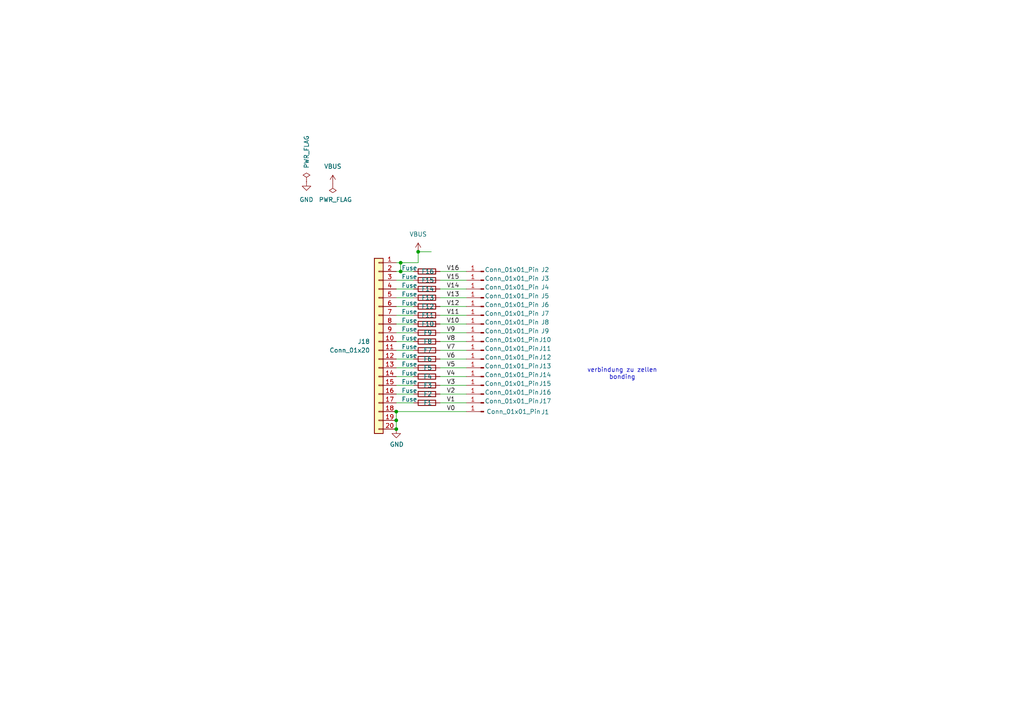
<source format=kicad_sch>
(kicad_sch
	(version 20231120)
	(generator "eeschema")
	(generator_version "8.0")
	(uuid "1d9cc614-0bf5-4778-8e8e-0e8d2a4a5fa2")
	(paper "A4")
	(lib_symbols
		(symbol "Connector:Conn_01x01_Pin"
			(pin_names
				(offset 1.016) hide)
			(exclude_from_sim no)
			(in_bom yes)
			(on_board yes)
			(property "Reference" "J"
				(at 0 2.54 0)
				(effects
					(font
						(size 1.27 1.27)
					)
				)
			)
			(property "Value" "Conn_01x01_Pin"
				(at 0 -2.54 0)
				(effects
					(font
						(size 1.27 1.27)
					)
				)
			)
			(property "Footprint" ""
				(at 0 0 0)
				(effects
					(font
						(size 1.27 1.27)
					)
					(hide yes)
				)
			)
			(property "Datasheet" "~"
				(at 0 0 0)
				(effects
					(font
						(size 1.27 1.27)
					)
					(hide yes)
				)
			)
			(property "Description" "Generic connector, single row, 01x01, script generated"
				(at 0 0 0)
				(effects
					(font
						(size 1.27 1.27)
					)
					(hide yes)
				)
			)
			(property "ki_locked" ""
				(at 0 0 0)
				(effects
					(font
						(size 1.27 1.27)
					)
				)
			)
			(property "ki_keywords" "connector"
				(at 0 0 0)
				(effects
					(font
						(size 1.27 1.27)
					)
					(hide yes)
				)
			)
			(property "ki_fp_filters" "Connector*:*_1x??_*"
				(at 0 0 0)
				(effects
					(font
						(size 1.27 1.27)
					)
					(hide yes)
				)
			)
			(symbol "Conn_01x01_Pin_1_1"
				(polyline
					(pts
						(xy 1.27 0) (xy 0.8636 0)
					)
					(stroke
						(width 0.1524)
						(type default)
					)
					(fill
						(type none)
					)
				)
				(rectangle
					(start 0.8636 0.127)
					(end 0 -0.127)
					(stroke
						(width 0.1524)
						(type default)
					)
					(fill
						(type outline)
					)
				)
				(pin passive line
					(at 5.08 0 180)
					(length 3.81)
					(name "Pin_1"
						(effects
							(font
								(size 1.27 1.27)
							)
						)
					)
					(number "1"
						(effects
							(font
								(size 1.27 1.27)
							)
						)
					)
				)
			)
		)
		(symbol "Connector_Generic:Conn_01x20"
			(pin_names
				(offset 1.016) hide)
			(exclude_from_sim no)
			(in_bom yes)
			(on_board yes)
			(property "Reference" "J"
				(at 0 25.4 0)
				(effects
					(font
						(size 1.27 1.27)
					)
				)
			)
			(property "Value" "Conn_01x20"
				(at 0 -27.94 0)
				(effects
					(font
						(size 1.27 1.27)
					)
				)
			)
			(property "Footprint" ""
				(at 0 0 0)
				(effects
					(font
						(size 1.27 1.27)
					)
					(hide yes)
				)
			)
			(property "Datasheet" "~"
				(at 0 0 0)
				(effects
					(font
						(size 1.27 1.27)
					)
					(hide yes)
				)
			)
			(property "Description" "Generic connector, single row, 01x20, script generated (kicad-library-utils/schlib/autogen/connector/)"
				(at 0 0 0)
				(effects
					(font
						(size 1.27 1.27)
					)
					(hide yes)
				)
			)
			(property "ki_keywords" "connector"
				(at 0 0 0)
				(effects
					(font
						(size 1.27 1.27)
					)
					(hide yes)
				)
			)
			(property "ki_fp_filters" "Connector*:*_1x??_*"
				(at 0 0 0)
				(effects
					(font
						(size 1.27 1.27)
					)
					(hide yes)
				)
			)
			(symbol "Conn_01x20_1_1"
				(rectangle
					(start -1.27 -25.273)
					(end 0 -25.527)
					(stroke
						(width 0.1524)
						(type default)
					)
					(fill
						(type none)
					)
				)
				(rectangle
					(start -1.27 -22.733)
					(end 0 -22.987)
					(stroke
						(width 0.1524)
						(type default)
					)
					(fill
						(type none)
					)
				)
				(rectangle
					(start -1.27 -20.193)
					(end 0 -20.447)
					(stroke
						(width 0.1524)
						(type default)
					)
					(fill
						(type none)
					)
				)
				(rectangle
					(start -1.27 -17.653)
					(end 0 -17.907)
					(stroke
						(width 0.1524)
						(type default)
					)
					(fill
						(type none)
					)
				)
				(rectangle
					(start -1.27 -15.113)
					(end 0 -15.367)
					(stroke
						(width 0.1524)
						(type default)
					)
					(fill
						(type none)
					)
				)
				(rectangle
					(start -1.27 -12.573)
					(end 0 -12.827)
					(stroke
						(width 0.1524)
						(type default)
					)
					(fill
						(type none)
					)
				)
				(rectangle
					(start -1.27 -10.033)
					(end 0 -10.287)
					(stroke
						(width 0.1524)
						(type default)
					)
					(fill
						(type none)
					)
				)
				(rectangle
					(start -1.27 -7.493)
					(end 0 -7.747)
					(stroke
						(width 0.1524)
						(type default)
					)
					(fill
						(type none)
					)
				)
				(rectangle
					(start -1.27 -4.953)
					(end 0 -5.207)
					(stroke
						(width 0.1524)
						(type default)
					)
					(fill
						(type none)
					)
				)
				(rectangle
					(start -1.27 -2.413)
					(end 0 -2.667)
					(stroke
						(width 0.1524)
						(type default)
					)
					(fill
						(type none)
					)
				)
				(rectangle
					(start -1.27 0.127)
					(end 0 -0.127)
					(stroke
						(width 0.1524)
						(type default)
					)
					(fill
						(type none)
					)
				)
				(rectangle
					(start -1.27 2.667)
					(end 0 2.413)
					(stroke
						(width 0.1524)
						(type default)
					)
					(fill
						(type none)
					)
				)
				(rectangle
					(start -1.27 5.207)
					(end 0 4.953)
					(stroke
						(width 0.1524)
						(type default)
					)
					(fill
						(type none)
					)
				)
				(rectangle
					(start -1.27 7.747)
					(end 0 7.493)
					(stroke
						(width 0.1524)
						(type default)
					)
					(fill
						(type none)
					)
				)
				(rectangle
					(start -1.27 10.287)
					(end 0 10.033)
					(stroke
						(width 0.1524)
						(type default)
					)
					(fill
						(type none)
					)
				)
				(rectangle
					(start -1.27 12.827)
					(end 0 12.573)
					(stroke
						(width 0.1524)
						(type default)
					)
					(fill
						(type none)
					)
				)
				(rectangle
					(start -1.27 15.367)
					(end 0 15.113)
					(stroke
						(width 0.1524)
						(type default)
					)
					(fill
						(type none)
					)
				)
				(rectangle
					(start -1.27 17.907)
					(end 0 17.653)
					(stroke
						(width 0.1524)
						(type default)
					)
					(fill
						(type none)
					)
				)
				(rectangle
					(start -1.27 20.447)
					(end 0 20.193)
					(stroke
						(width 0.1524)
						(type default)
					)
					(fill
						(type none)
					)
				)
				(rectangle
					(start -1.27 22.987)
					(end 0 22.733)
					(stroke
						(width 0.1524)
						(type default)
					)
					(fill
						(type none)
					)
				)
				(rectangle
					(start -1.27 24.13)
					(end 1.27 -26.67)
					(stroke
						(width 0.254)
						(type default)
					)
					(fill
						(type background)
					)
				)
				(pin passive line
					(at -5.08 22.86 0)
					(length 3.81)
					(name "Pin_1"
						(effects
							(font
								(size 1.27 1.27)
							)
						)
					)
					(number "1"
						(effects
							(font
								(size 1.27 1.27)
							)
						)
					)
				)
				(pin passive line
					(at -5.08 0 0)
					(length 3.81)
					(name "Pin_10"
						(effects
							(font
								(size 1.27 1.27)
							)
						)
					)
					(number "10"
						(effects
							(font
								(size 1.27 1.27)
							)
						)
					)
				)
				(pin passive line
					(at -5.08 -2.54 0)
					(length 3.81)
					(name "Pin_11"
						(effects
							(font
								(size 1.27 1.27)
							)
						)
					)
					(number "11"
						(effects
							(font
								(size 1.27 1.27)
							)
						)
					)
				)
				(pin passive line
					(at -5.08 -5.08 0)
					(length 3.81)
					(name "Pin_12"
						(effects
							(font
								(size 1.27 1.27)
							)
						)
					)
					(number "12"
						(effects
							(font
								(size 1.27 1.27)
							)
						)
					)
				)
				(pin passive line
					(at -5.08 -7.62 0)
					(length 3.81)
					(name "Pin_13"
						(effects
							(font
								(size 1.27 1.27)
							)
						)
					)
					(number "13"
						(effects
							(font
								(size 1.27 1.27)
							)
						)
					)
				)
				(pin passive line
					(at -5.08 -10.16 0)
					(length 3.81)
					(name "Pin_14"
						(effects
							(font
								(size 1.27 1.27)
							)
						)
					)
					(number "14"
						(effects
							(font
								(size 1.27 1.27)
							)
						)
					)
				)
				(pin passive line
					(at -5.08 -12.7 0)
					(length 3.81)
					(name "Pin_15"
						(effects
							(font
								(size 1.27 1.27)
							)
						)
					)
					(number "15"
						(effects
							(font
								(size 1.27 1.27)
							)
						)
					)
				)
				(pin passive line
					(at -5.08 -15.24 0)
					(length 3.81)
					(name "Pin_16"
						(effects
							(font
								(size 1.27 1.27)
							)
						)
					)
					(number "16"
						(effects
							(font
								(size 1.27 1.27)
							)
						)
					)
				)
				(pin passive line
					(at -5.08 -17.78 0)
					(length 3.81)
					(name "Pin_17"
						(effects
							(font
								(size 1.27 1.27)
							)
						)
					)
					(number "17"
						(effects
							(font
								(size 1.27 1.27)
							)
						)
					)
				)
				(pin passive line
					(at -5.08 -20.32 0)
					(length 3.81)
					(name "Pin_18"
						(effects
							(font
								(size 1.27 1.27)
							)
						)
					)
					(number "18"
						(effects
							(font
								(size 1.27 1.27)
							)
						)
					)
				)
				(pin passive line
					(at -5.08 -22.86 0)
					(length 3.81)
					(name "Pin_19"
						(effects
							(font
								(size 1.27 1.27)
							)
						)
					)
					(number "19"
						(effects
							(font
								(size 1.27 1.27)
							)
						)
					)
				)
				(pin passive line
					(at -5.08 20.32 0)
					(length 3.81)
					(name "Pin_2"
						(effects
							(font
								(size 1.27 1.27)
							)
						)
					)
					(number "2"
						(effects
							(font
								(size 1.27 1.27)
							)
						)
					)
				)
				(pin passive line
					(at -5.08 -25.4 0)
					(length 3.81)
					(name "Pin_20"
						(effects
							(font
								(size 1.27 1.27)
							)
						)
					)
					(number "20"
						(effects
							(font
								(size 1.27 1.27)
							)
						)
					)
				)
				(pin passive line
					(at -5.08 17.78 0)
					(length 3.81)
					(name "Pin_3"
						(effects
							(font
								(size 1.27 1.27)
							)
						)
					)
					(number "3"
						(effects
							(font
								(size 1.27 1.27)
							)
						)
					)
				)
				(pin passive line
					(at -5.08 15.24 0)
					(length 3.81)
					(name "Pin_4"
						(effects
							(font
								(size 1.27 1.27)
							)
						)
					)
					(number "4"
						(effects
							(font
								(size 1.27 1.27)
							)
						)
					)
				)
				(pin passive line
					(at -5.08 12.7 0)
					(length 3.81)
					(name "Pin_5"
						(effects
							(font
								(size 1.27 1.27)
							)
						)
					)
					(number "5"
						(effects
							(font
								(size 1.27 1.27)
							)
						)
					)
				)
				(pin passive line
					(at -5.08 10.16 0)
					(length 3.81)
					(name "Pin_6"
						(effects
							(font
								(size 1.27 1.27)
							)
						)
					)
					(number "6"
						(effects
							(font
								(size 1.27 1.27)
							)
						)
					)
				)
				(pin passive line
					(at -5.08 7.62 0)
					(length 3.81)
					(name "Pin_7"
						(effects
							(font
								(size 1.27 1.27)
							)
						)
					)
					(number "7"
						(effects
							(font
								(size 1.27 1.27)
							)
						)
					)
				)
				(pin passive line
					(at -5.08 5.08 0)
					(length 3.81)
					(name "Pin_8"
						(effects
							(font
								(size 1.27 1.27)
							)
						)
					)
					(number "8"
						(effects
							(font
								(size 1.27 1.27)
							)
						)
					)
				)
				(pin passive line
					(at -5.08 2.54 0)
					(length 3.81)
					(name "Pin_9"
						(effects
							(font
								(size 1.27 1.27)
							)
						)
					)
					(number "9"
						(effects
							(font
								(size 1.27 1.27)
							)
						)
					)
				)
			)
		)
		(symbol "Device:Fuse"
			(pin_numbers hide)
			(pin_names
				(offset 0)
			)
			(exclude_from_sim no)
			(in_bom yes)
			(on_board yes)
			(property "Reference" "F"
				(at 2.032 0 90)
				(effects
					(font
						(size 1.27 1.27)
					)
				)
			)
			(property "Value" "Fuse"
				(at -1.905 0 90)
				(effects
					(font
						(size 1.27 1.27)
					)
				)
			)
			(property "Footprint" ""
				(at -1.778 0 90)
				(effects
					(font
						(size 1.27 1.27)
					)
					(hide yes)
				)
			)
			(property "Datasheet" "~"
				(at 0 0 0)
				(effects
					(font
						(size 1.27 1.27)
					)
					(hide yes)
				)
			)
			(property "Description" "Fuse"
				(at 0 0 0)
				(effects
					(font
						(size 1.27 1.27)
					)
					(hide yes)
				)
			)
			(property "ki_keywords" "fuse"
				(at 0 0 0)
				(effects
					(font
						(size 1.27 1.27)
					)
					(hide yes)
				)
			)
			(property "ki_fp_filters" "*Fuse*"
				(at 0 0 0)
				(effects
					(font
						(size 1.27 1.27)
					)
					(hide yes)
				)
			)
			(symbol "Fuse_0_1"
				(rectangle
					(start -0.762 -2.54)
					(end 0.762 2.54)
					(stroke
						(width 0.254)
						(type default)
					)
					(fill
						(type none)
					)
				)
				(polyline
					(pts
						(xy 0 2.54) (xy 0 -2.54)
					)
					(stroke
						(width 0)
						(type default)
					)
					(fill
						(type none)
					)
				)
			)
			(symbol "Fuse_1_1"
				(pin passive line
					(at 0 3.81 270)
					(length 1.27)
					(name "~"
						(effects
							(font
								(size 1.27 1.27)
							)
						)
					)
					(number "1"
						(effects
							(font
								(size 1.27 1.27)
							)
						)
					)
				)
				(pin passive line
					(at 0 -3.81 90)
					(length 1.27)
					(name "~"
						(effects
							(font
								(size 1.27 1.27)
							)
						)
					)
					(number "2"
						(effects
							(font
								(size 1.27 1.27)
							)
						)
					)
				)
			)
		)
		(symbol "power:GND"
			(power)
			(pin_numbers hide)
			(pin_names
				(offset 0) hide)
			(exclude_from_sim no)
			(in_bom yes)
			(on_board yes)
			(property "Reference" "#PWR"
				(at 0 -6.35 0)
				(effects
					(font
						(size 1.27 1.27)
					)
					(hide yes)
				)
			)
			(property "Value" "GND"
				(at 0 -3.81 0)
				(effects
					(font
						(size 1.27 1.27)
					)
				)
			)
			(property "Footprint" ""
				(at 0 0 0)
				(effects
					(font
						(size 1.27 1.27)
					)
					(hide yes)
				)
			)
			(property "Datasheet" ""
				(at 0 0 0)
				(effects
					(font
						(size 1.27 1.27)
					)
					(hide yes)
				)
			)
			(property "Description" "Power symbol creates a global label with name \"GND\" , ground"
				(at 0 0 0)
				(effects
					(font
						(size 1.27 1.27)
					)
					(hide yes)
				)
			)
			(property "ki_keywords" "global power"
				(at 0 0 0)
				(effects
					(font
						(size 1.27 1.27)
					)
					(hide yes)
				)
			)
			(symbol "GND_0_1"
				(polyline
					(pts
						(xy 0 0) (xy 0 -1.27) (xy 1.27 -1.27) (xy 0 -2.54) (xy -1.27 -1.27) (xy 0 -1.27)
					)
					(stroke
						(width 0)
						(type default)
					)
					(fill
						(type none)
					)
				)
			)
			(symbol "GND_1_1"
				(pin power_in line
					(at 0 0 270)
					(length 0)
					(name "~"
						(effects
							(font
								(size 1.27 1.27)
							)
						)
					)
					(number "1"
						(effects
							(font
								(size 1.27 1.27)
							)
						)
					)
				)
			)
		)
		(symbol "power:PWR_FLAG"
			(power)
			(pin_numbers hide)
			(pin_names
				(offset 0) hide)
			(exclude_from_sim no)
			(in_bom yes)
			(on_board yes)
			(property "Reference" "#FLG"
				(at 0 1.905 0)
				(effects
					(font
						(size 1.27 1.27)
					)
					(hide yes)
				)
			)
			(property "Value" "PWR_FLAG"
				(at 0 3.81 0)
				(effects
					(font
						(size 1.27 1.27)
					)
				)
			)
			(property "Footprint" ""
				(at 0 0 0)
				(effects
					(font
						(size 1.27 1.27)
					)
					(hide yes)
				)
			)
			(property "Datasheet" "~"
				(at 0 0 0)
				(effects
					(font
						(size 1.27 1.27)
					)
					(hide yes)
				)
			)
			(property "Description" "Special symbol for telling ERC where power comes from"
				(at 0 0 0)
				(effects
					(font
						(size 1.27 1.27)
					)
					(hide yes)
				)
			)
			(property "ki_keywords" "flag power"
				(at 0 0 0)
				(effects
					(font
						(size 1.27 1.27)
					)
					(hide yes)
				)
			)
			(symbol "PWR_FLAG_0_0"
				(pin power_out line
					(at 0 0 90)
					(length 0)
					(name "~"
						(effects
							(font
								(size 1.27 1.27)
							)
						)
					)
					(number "1"
						(effects
							(font
								(size 1.27 1.27)
							)
						)
					)
				)
			)
			(symbol "PWR_FLAG_0_1"
				(polyline
					(pts
						(xy 0 0) (xy 0 1.27) (xy -1.016 1.905) (xy 0 2.54) (xy 1.016 1.905) (xy 0 1.27)
					)
					(stroke
						(width 0)
						(type default)
					)
					(fill
						(type none)
					)
				)
			)
		)
		(symbol "power:VBUS"
			(power)
			(pin_numbers hide)
			(pin_names
				(offset 0) hide)
			(exclude_from_sim no)
			(in_bom yes)
			(on_board yes)
			(property "Reference" "#PWR"
				(at 0 -3.81 0)
				(effects
					(font
						(size 1.27 1.27)
					)
					(hide yes)
				)
			)
			(property "Value" "VBUS"
				(at 0 3.556 0)
				(effects
					(font
						(size 1.27 1.27)
					)
				)
			)
			(property "Footprint" ""
				(at 0 0 0)
				(effects
					(font
						(size 1.27 1.27)
					)
					(hide yes)
				)
			)
			(property "Datasheet" ""
				(at 0 0 0)
				(effects
					(font
						(size 1.27 1.27)
					)
					(hide yes)
				)
			)
			(property "Description" "Power symbol creates a global label with name \"VBUS\""
				(at 0 0 0)
				(effects
					(font
						(size 1.27 1.27)
					)
					(hide yes)
				)
			)
			(property "ki_keywords" "global power"
				(at 0 0 0)
				(effects
					(font
						(size 1.27 1.27)
					)
					(hide yes)
				)
			)
			(symbol "VBUS_0_1"
				(polyline
					(pts
						(xy -0.762 1.27) (xy 0 2.54)
					)
					(stroke
						(width 0)
						(type default)
					)
					(fill
						(type none)
					)
				)
				(polyline
					(pts
						(xy 0 0) (xy 0 2.54)
					)
					(stroke
						(width 0)
						(type default)
					)
					(fill
						(type none)
					)
				)
				(polyline
					(pts
						(xy 0 2.54) (xy 0.762 1.27)
					)
					(stroke
						(width 0)
						(type default)
					)
					(fill
						(type none)
					)
				)
			)
			(symbol "VBUS_1_1"
				(pin power_in line
					(at 0 0 90)
					(length 0)
					(name "~"
						(effects
							(font
								(size 1.27 1.27)
							)
						)
					)
					(number "1"
						(effects
							(font
								(size 1.27 1.27)
							)
						)
					)
				)
			)
		)
	)
	(junction
		(at 116.205 78.74)
		(diameter 0)
		(color 0 0 0 0)
		(uuid "642d74d8-c3b3-45e7-ba5c-f9271487bfa1")
	)
	(junction
		(at 116.205 76.2)
		(diameter 0)
		(color 0 0 0 0)
		(uuid "748d8650-ae57-4afb-a039-9439789521df")
	)
	(junction
		(at 121.285 73.025)
		(diameter 0)
		(color 0 0 0 0)
		(uuid "993127d8-4b73-43fe-8f00-6254531b492c")
	)
	(junction
		(at 114.935 121.92)
		(diameter 0)
		(color 0 0 0 0)
		(uuid "ae88f826-93bc-447c-b89c-1569b9895a5b")
	)
	(junction
		(at 114.935 119.38)
		(diameter 0)
		(color 0 0 0 0)
		(uuid "c441b632-68b7-4ebc-a445-ca6ad5bb1d22")
	)
	(junction
		(at 114.935 124.46)
		(diameter 0)
		(color 0 0 0 0)
		(uuid "e2c879a0-95a6-4aeb-928c-fe4e3b79f1e3")
	)
	(wire
		(pts
			(xy 114.935 91.44) (xy 120.015 91.44)
		)
		(stroke
			(width 0)
			(type default)
		)
		(uuid "018aceaa-26cb-4f5d-b678-2d4d9a5ed598")
	)
	(wire
		(pts
			(xy 114.935 121.92) (xy 114.935 124.46)
		)
		(stroke
			(width 0)
			(type default)
		)
		(uuid "0243ce20-3219-4a44-ae0a-4264b628e378")
	)
	(wire
		(pts
			(xy 114.935 81.28) (xy 120.015 81.28)
		)
		(stroke
			(width 0)
			(type default)
		)
		(uuid "04c2e2da-38fe-4555-b881-e0ed61176549")
	)
	(wire
		(pts
			(xy 114.935 88.9) (xy 120.015 88.9)
		)
		(stroke
			(width 0)
			(type default)
		)
		(uuid "089164e1-5bd7-4056-a0cf-ba13b3f47eb6")
	)
	(wire
		(pts
			(xy 127.635 83.82) (xy 135.255 83.82)
		)
		(stroke
			(width 0)
			(type default)
		)
		(uuid "0c4ffd47-0489-4c0d-ae89-7d6d6bfa1b2c")
	)
	(wire
		(pts
			(xy 127.635 86.36) (xy 135.255 86.36)
		)
		(stroke
			(width 0)
			(type default)
		)
		(uuid "0cc19ba5-3499-416d-8ffd-ac2e25a42968")
	)
	(wire
		(pts
			(xy 127.635 116.84) (xy 135.255 116.84)
		)
		(stroke
			(width 0)
			(type default)
		)
		(uuid "1222c7cc-0fc5-4786-bbfa-fbf5c0400464")
	)
	(wire
		(pts
			(xy 121.285 73.025) (xy 125.095 73.025)
		)
		(stroke
			(width 0)
			(type default)
		)
		(uuid "1272bdab-751f-4072-b893-fa47d578be36")
	)
	(wire
		(pts
			(xy 127.635 78.74) (xy 135.255 78.74)
		)
		(stroke
			(width 0)
			(type default)
		)
		(uuid "1469e016-04b8-4413-8839-29e554d828a2")
	)
	(wire
		(pts
			(xy 127.635 96.52) (xy 135.255 96.52)
		)
		(stroke
			(width 0)
			(type default)
		)
		(uuid "15439573-ab63-4194-846e-bbe944d12e19")
	)
	(wire
		(pts
			(xy 114.935 93.98) (xy 120.015 93.98)
		)
		(stroke
			(width 0)
			(type default)
		)
		(uuid "1849a1a0-e8ff-4c4f-a564-17ccd6268bae")
	)
	(wire
		(pts
			(xy 127.635 104.14) (xy 135.255 104.14)
		)
		(stroke
			(width 0)
			(type default)
		)
		(uuid "1bb2f3ab-1b25-4197-9ea6-0a1f325ce113")
	)
	(wire
		(pts
			(xy 114.935 99.06) (xy 120.015 99.06)
		)
		(stroke
			(width 0)
			(type default)
		)
		(uuid "207aa897-54c4-4892-a085-7fe29ee18511")
	)
	(wire
		(pts
			(xy 114.935 78.74) (xy 116.205 78.74)
		)
		(stroke
			(width 0)
			(type default)
		)
		(uuid "300039bf-130d-435f-80eb-493b358ca86f")
	)
	(wire
		(pts
			(xy 114.935 111.76) (xy 120.015 111.76)
		)
		(stroke
			(width 0)
			(type default)
		)
		(uuid "3c9952fb-b492-44c1-8653-a1da3fcc9201")
	)
	(wire
		(pts
			(xy 114.935 116.84) (xy 120.015 116.84)
		)
		(stroke
			(width 0)
			(type default)
		)
		(uuid "3cdf8f36-4dc4-42cc-8ced-39648af290a9")
	)
	(wire
		(pts
			(xy 114.935 109.22) (xy 120.015 109.22)
		)
		(stroke
			(width 0)
			(type default)
		)
		(uuid "45c766b7-63cb-4f3d-bcf1-202317cdbefb")
	)
	(wire
		(pts
			(xy 116.205 78.74) (xy 120.015 78.74)
		)
		(stroke
			(width 0)
			(type default)
		)
		(uuid "4b76e83b-0cf0-4ab3-857b-7b684d333e89")
	)
	(wire
		(pts
			(xy 127.635 111.76) (xy 135.255 111.76)
		)
		(stroke
			(width 0)
			(type default)
		)
		(uuid "53ac8e79-26e6-4d0b-8326-aebaffe76305")
	)
	(wire
		(pts
			(xy 116.205 76.2) (xy 116.205 78.74)
		)
		(stroke
			(width 0)
			(type default)
		)
		(uuid "5891a3b4-3383-4f42-94a8-17f37cec1c0c")
	)
	(wire
		(pts
			(xy 127.635 106.68) (xy 135.255 106.68)
		)
		(stroke
			(width 0)
			(type default)
		)
		(uuid "5b95f99b-d8e8-4a6c-87ab-b83f98e08d0a")
	)
	(wire
		(pts
			(xy 127.635 109.22) (xy 135.255 109.22)
		)
		(stroke
			(width 0)
			(type default)
		)
		(uuid "6808f3c4-c470-4e2f-9cc9-3e7062c66150")
	)
	(wire
		(pts
			(xy 114.935 101.6) (xy 120.015 101.6)
		)
		(stroke
			(width 0)
			(type default)
		)
		(uuid "687abcd9-df45-4a1d-8a94-53472a60d997")
	)
	(wire
		(pts
			(xy 121.285 73.025) (xy 121.285 76.2)
		)
		(stroke
			(width 0)
			(type default)
		)
		(uuid "70a7baf9-f793-41ea-aa80-3363ea1d742d")
	)
	(wire
		(pts
			(xy 127.635 101.6) (xy 135.255 101.6)
		)
		(stroke
			(width 0)
			(type default)
		)
		(uuid "7fc7673f-8e52-4a6b-8a80-cf9a93cfa47f")
	)
	(wire
		(pts
			(xy 127.635 93.98) (xy 135.255 93.98)
		)
		(stroke
			(width 0)
			(type default)
		)
		(uuid "82f893ee-e1c3-4a07-b284-d1413b9ab85d")
	)
	(wire
		(pts
			(xy 127.635 99.06) (xy 135.255 99.06)
		)
		(stroke
			(width 0)
			(type default)
		)
		(uuid "881cdb73-70ce-473f-a1fd-0389e93d3123")
	)
	(wire
		(pts
			(xy 127.635 114.3) (xy 135.255 114.3)
		)
		(stroke
			(width 0)
			(type default)
		)
		(uuid "92634063-e3c1-4d82-b30a-a12953c688ba")
	)
	(wire
		(pts
			(xy 127.635 91.44) (xy 135.255 91.44)
		)
		(stroke
			(width 0)
			(type default)
		)
		(uuid "947e9429-f069-4684-8fe6-4eb6c0548d51")
	)
	(wire
		(pts
			(xy 114.935 114.3) (xy 120.015 114.3)
		)
		(stroke
			(width 0)
			(type default)
		)
		(uuid "94bf49d5-a392-46e4-859b-8eb5c856c133")
	)
	(wire
		(pts
			(xy 127.635 81.28) (xy 135.255 81.28)
		)
		(stroke
			(width 0)
			(type default)
		)
		(uuid "9cc141a5-4877-4cc4-9809-c014531f9c23")
	)
	(wire
		(pts
			(xy 114.935 76.2) (xy 116.205 76.2)
		)
		(stroke
			(width 0)
			(type default)
		)
		(uuid "9ebcf7dd-96d3-4b7e-9500-5891c78ac176")
	)
	(wire
		(pts
			(xy 116.205 76.2) (xy 121.285 76.2)
		)
		(stroke
			(width 0)
			(type default)
		)
		(uuid "a035bbfe-9da1-4409-b172-276c9fbeccd2")
	)
	(wire
		(pts
			(xy 114.935 106.68) (xy 120.015 106.68)
		)
		(stroke
			(width 0)
			(type default)
		)
		(uuid "a8718be3-8f45-4a44-a595-ae7d85b7c7f2")
	)
	(wire
		(pts
			(xy 114.935 104.14) (xy 120.015 104.14)
		)
		(stroke
			(width 0)
			(type default)
		)
		(uuid "ba267fbb-1748-4208-87d1-75c870537698")
	)
	(wire
		(pts
			(xy 127.635 88.9) (xy 135.255 88.9)
		)
		(stroke
			(width 0)
			(type default)
		)
		(uuid "bb05c23b-e428-4efa-b493-f9b636d5f966")
	)
	(wire
		(pts
			(xy 114.935 86.36) (xy 120.015 86.36)
		)
		(stroke
			(width 0)
			(type default)
		)
		(uuid "be39b9fa-fa7b-4129-b4de-6bd71cbd26aa")
	)
	(wire
		(pts
			(xy 114.935 119.38) (xy 114.935 121.92)
		)
		(stroke
			(width 0)
			(type default)
		)
		(uuid "c5133f31-a910-4732-a652-5b1775cfbd96")
	)
	(wire
		(pts
			(xy 114.935 96.52) (xy 120.015 96.52)
		)
		(stroke
			(width 0)
			(type default)
		)
		(uuid "df7ba148-381d-48d6-99a7-10b9358bd187")
	)
	(wire
		(pts
			(xy 114.935 83.82) (xy 120.015 83.82)
		)
		(stroke
			(width 0)
			(type default)
		)
		(uuid "e8f3dd12-98eb-46cf-bfdf-abc10d26a132")
	)
	(wire
		(pts
			(xy 114.935 119.38) (xy 135.255 119.38)
		)
		(stroke
			(width 0)
			(type default)
		)
		(uuid "fa4e4e36-7cf6-48f6-a4fa-87eee3a72cfa")
	)
	(text "verbindung zu zellen\nbonding\n"
		(exclude_from_sim no)
		(at 180.467 108.458 0)
		(effects
			(font
				(size 1.27 1.27)
			)
		)
		(uuid "cec7a0b1-c32f-46bb-a9f6-5ba939c63e77")
	)
	(label "V11"
		(at 129.54 91.44 0)
		(fields_autoplaced yes)
		(effects
			(font
				(size 1.27 1.27)
			)
			(justify left bottom)
		)
		(uuid "0118b175-c050-4167-a110-5e6fb86f1704")
	)
	(label "V4"
		(at 129.54 109.22 0)
		(fields_autoplaced yes)
		(effects
			(font
				(size 1.27 1.27)
			)
			(justify left bottom)
		)
		(uuid "31804acc-2f62-4f1b-b1e9-3ad744085c80")
	)
	(label "V1"
		(at 129.54 116.84 0)
		(fields_autoplaced yes)
		(effects
			(font
				(size 1.27 1.27)
			)
			(justify left bottom)
		)
		(uuid "38ead3b5-858a-4c39-9318-b32f947f6def")
	)
	(label "V5"
		(at 129.54 106.68 0)
		(fields_autoplaced yes)
		(effects
			(font
				(size 1.27 1.27)
			)
			(justify left bottom)
		)
		(uuid "4dd16825-4fc4-47c2-bf8e-a78d88fe4736")
	)
	(label "V6"
		(at 129.54 104.14 0)
		(fields_autoplaced yes)
		(effects
			(font
				(size 1.27 1.27)
			)
			(justify left bottom)
		)
		(uuid "5b908d49-f865-4ec7-9b4b-906bc1f5fe67")
	)
	(label "V15"
		(at 129.54 81.28 0)
		(fields_autoplaced yes)
		(effects
			(font
				(size 1.27 1.27)
			)
			(justify left bottom)
		)
		(uuid "5d20d4bd-472b-48c0-89ba-c8e76e7f3e51")
	)
	(label "V13"
		(at 129.54 86.36 0)
		(fields_autoplaced yes)
		(effects
			(font
				(size 1.27 1.27)
			)
			(justify left bottom)
		)
		(uuid "697a5b83-76fe-4a71-99a3-920a64d34e8b")
	)
	(label "V7"
		(at 129.54 101.6 0)
		(fields_autoplaced yes)
		(effects
			(font
				(size 1.27 1.27)
			)
			(justify left bottom)
		)
		(uuid "755bf7f1-8d92-4429-b19a-0d2b0ad706d8")
	)
	(label "V12"
		(at 129.54 88.9 0)
		(fields_autoplaced yes)
		(effects
			(font
				(size 1.27 1.27)
			)
			(justify left bottom)
		)
		(uuid "ad206a6a-9eec-405d-adca-cdb53dc5959c")
	)
	(label "V9"
		(at 129.54 96.52 0)
		(fields_autoplaced yes)
		(effects
			(font
				(size 1.27 1.27)
			)
			(justify left bottom)
		)
		(uuid "ad4f5f69-1cfb-44a7-99a4-8a9ec60c6a28")
	)
	(label "V0"
		(at 129.54 119.38 0)
		(fields_autoplaced yes)
		(effects
			(font
				(size 1.27 1.27)
			)
			(justify left bottom)
		)
		(uuid "cc1767f4-d8e3-4a77-b3a4-da1324e3ac19")
	)
	(label "V2"
		(at 129.54 114.3 0)
		(fields_autoplaced yes)
		(effects
			(font
				(size 1.27 1.27)
			)
			(justify left bottom)
		)
		(uuid "d9c0686b-fa08-4b6b-a484-c92290b1eb8d")
	)
	(label "V3"
		(at 129.54 111.76 0)
		(fields_autoplaced yes)
		(effects
			(font
				(size 1.27 1.27)
			)
			(justify left bottom)
		)
		(uuid "db353411-ae1a-403a-ae1b-2aa2a95fd669")
	)
	(label "V16"
		(at 129.54 78.74 0)
		(fields_autoplaced yes)
		(effects
			(font
				(size 1.27 1.27)
			)
			(justify left bottom)
		)
		(uuid "dee58bea-be07-4f4d-a7d7-eb6060501be5")
	)
	(label "V10"
		(at 129.54 93.98 0)
		(fields_autoplaced yes)
		(effects
			(font
				(size 1.27 1.27)
			)
			(justify left bottom)
		)
		(uuid "e1cb22a9-e1f1-4e84-8748-f852cc3a09aa")
	)
	(label "V14"
		(at 129.54 83.82 0)
		(fields_autoplaced yes)
		(effects
			(font
				(size 1.27 1.27)
			)
			(justify left bottom)
		)
		(uuid "f73aa67a-8d85-4deb-81ad-ebd3eaee1013")
	)
	(label "V8"
		(at 129.54 99.06 0)
		(fields_autoplaced yes)
		(effects
			(font
				(size 1.27 1.27)
			)
			(justify left bottom)
		)
		(uuid "fdc8e6e5-b3b3-4526-b7bc-bca13a94fc68")
	)
	(symbol
		(lib_id "power:PWR_FLAG")
		(at 96.52 53.34 180)
		(unit 1)
		(exclude_from_sim no)
		(in_bom yes)
		(on_board yes)
		(dnp no)
		(uuid "002f07f5-7b92-4a7c-b404-4bb8de0d297f")
		(property "Reference" "#FLG02"
			(at 96.52 55.245 0)
			(effects
				(font
					(size 1.27 1.27)
				)
				(hide yes)
			)
		)
		(property "Value" "PWR_FLAG"
			(at 97.282 57.912 0)
			(effects
				(font
					(size 1.27 1.27)
				)
			)
		)
		(property "Footprint" ""
			(at 96.52 53.34 0)
			(effects
				(font
					(size 1.27 1.27)
				)
				(hide yes)
			)
		)
		(property "Datasheet" "~"
			(at 96.52 53.34 0)
			(effects
				(font
					(size 1.27 1.27)
				)
				(hide yes)
			)
		)
		(property "Description" "Special symbol for telling ERC where power comes from"
			(at 96.52 53.34 0)
			(effects
				(font
					(size 1.27 1.27)
				)
				(hide yes)
			)
		)
		(pin "1"
			(uuid "6029ef16-0b8c-472c-91fc-26ed5e14de53")
		)
		(instances
			(project "FT25_AMS_VSENS"
				(path "/1d9cc614-0bf5-4778-8e8e-0e8d2a4a5fa2"
					(reference "#FLG02")
					(unit 1)
				)
			)
		)
	)
	(symbol
		(lib_id "Connector:Conn_01x01_Pin")
		(at 140.335 106.68 180)
		(unit 1)
		(exclude_from_sim no)
		(in_bom yes)
		(on_board yes)
		(dnp no)
		(uuid "07dec1b8-7836-4876-a93d-9eb604b0642e")
		(property "Reference" "J13"
			(at 158.115 106.172 0)
			(effects
				(font
					(size 1.27 1.27)
				)
			)
		)
		(property "Value" "Conn_01x01_Pin"
			(at 148.463 106.172 0)
			(effects
				(font
					(size 1.27 1.27)
				)
			)
		)
		(property "Footprint" "VTSENS:Baby_ST_Bond_Pad"
			(at 140.335 106.68 0)
			(effects
				(font
					(size 1.27 1.27)
				)
				(hide yes)
			)
		)
		(property "Datasheet" "~"
			(at 140.335 106.68 0)
			(effects
				(font
					(size 1.27 1.27)
				)
				(hide yes)
			)
		)
		(property "Description" "Generic connector, single row, 01x01, script generated"
			(at 140.335 106.68 0)
			(effects
				(font
					(size 1.27 1.27)
				)
				(hide yes)
			)
		)
		(pin "1"
			(uuid "da900868-7d05-4684-81b4-15d83d58609a")
		)
		(instances
			(project "FT25_AMS_VSENS"
				(path "/1d9cc614-0bf5-4778-8e8e-0e8d2a4a5fa2"
					(reference "J13")
					(unit 1)
				)
			)
		)
	)
	(symbol
		(lib_id "power:PWR_FLAG")
		(at 88.9 52.705 0)
		(unit 1)
		(exclude_from_sim no)
		(in_bom yes)
		(on_board yes)
		(dnp no)
		(fields_autoplaced yes)
		(uuid "0860045f-7689-486e-beef-0dfc4cd9b37b")
		(property "Reference" "#FLG01"
			(at 88.9 50.8 0)
			(effects
				(font
					(size 1.27 1.27)
				)
				(hide yes)
			)
		)
		(property "Value" "PWR_FLAG"
			(at 88.9001 48.895 90)
			(effects
				(font
					(size 1.27 1.27)
				)
				(justify left)
			)
		)
		(property "Footprint" ""
			(at 88.9 52.705 0)
			(effects
				(font
					(size 1.27 1.27)
				)
				(hide yes)
			)
		)
		(property "Datasheet" "~"
			(at 88.9 52.705 0)
			(effects
				(font
					(size 1.27 1.27)
				)
				(hide yes)
			)
		)
		(property "Description" "Special symbol for telling ERC where power comes from"
			(at 88.9 52.705 0)
			(effects
				(font
					(size 1.27 1.27)
				)
				(hide yes)
			)
		)
		(pin "1"
			(uuid "04a9c31a-b7f5-4a0f-b600-59fa2b0a8a69")
		)
		(instances
			(project "FT25_AMS_VSENS"
				(path "/1d9cc614-0bf5-4778-8e8e-0e8d2a4a5fa2"
					(reference "#FLG01")
					(unit 1)
				)
			)
		)
	)
	(symbol
		(lib_id "Connector_Generic:Conn_01x20")
		(at 109.855 99.06 0)
		(mirror y)
		(unit 1)
		(exclude_from_sim no)
		(in_bom yes)
		(on_board yes)
		(dnp no)
		(uuid "08cf8320-b6f4-4278-98d5-6781e1198e46")
		(property "Reference" "J18"
			(at 107.315 99.0599 0)
			(effects
				(font
					(size 1.27 1.27)
				)
				(justify left)
			)
		)
		(property "Value" "Conn_01x20"
			(at 107.315 101.5999 0)
			(effects
				(font
					(size 1.27 1.27)
				)
				(justify left)
			)
		)
		(property "Footprint" "Molex_FFC:528062010"
			(at 109.855 99.06 0)
			(effects
				(font
					(size 1.27 1.27)
				)
				(hide yes)
			)
		)
		(property "Datasheet" "~"
			(at 109.855 99.06 0)
			(effects
				(font
					(size 1.27 1.27)
				)
				(hide yes)
			)
		)
		(property "Description" "Generic connector, single row, 01x20, script generated (kicad-library-utils/schlib/autogen/connector/)"
			(at 109.855 99.06 0)
			(effects
				(font
					(size 1.27 1.27)
				)
				(hide yes)
			)
		)
		(pin "18"
			(uuid "a3fd1d2e-a4e8-444a-875a-ead39fc847f2")
		)
		(pin "10"
			(uuid "52857634-b418-45d6-99a7-5e2513ed9e32")
		)
		(pin "16"
			(uuid "569539c9-a919-4913-aa5a-65d56b173e4f")
		)
		(pin "20"
			(uuid "b48bdb34-6fbd-44a4-a938-b0def1160d60")
		)
		(pin "8"
			(uuid "3b4c5f79-f88c-4478-8449-3e3b6b60e29b")
		)
		(pin "12"
			(uuid "fe3088c1-4ad5-4ff4-90df-d1c3621598bd")
		)
		(pin "6"
			(uuid "96f33bb7-3d15-4d63-9bd5-e46a79aff6dd")
		)
		(pin "9"
			(uuid "ff193587-deb9-4d75-9ab7-264e7c39cba3")
		)
		(pin "17"
			(uuid "1963ffd1-45f7-4c36-8c43-705aab8d07ff")
		)
		(pin "7"
			(uuid "999e420d-902b-43f2-a623-7e0a788473ea")
		)
		(pin "5"
			(uuid "b3fbb086-4d36-447c-8eb7-f6a97b6ebc1a")
		)
		(pin "3"
			(uuid "6c7d045a-a285-48ce-9640-27dd8d1ae43c")
		)
		(pin "1"
			(uuid "31bdc2d9-40cc-4110-b0d3-09f4ef57e803")
		)
		(pin "14"
			(uuid "e5ba7f04-588b-4936-b59f-b8a4ae56c066")
		)
		(pin "2"
			(uuid "50d94e3c-a2f3-4fa7-9d81-2899f3a053eb")
		)
		(pin "15"
			(uuid "a3ffb35d-1ce3-45be-aed4-e4e963838b7e")
		)
		(pin "19"
			(uuid "f10e9ffe-9060-42a6-bdcf-d70293dbb52e")
		)
		(pin "11"
			(uuid "266bf77a-076e-4bec-84c0-115ef6e05a22")
		)
		(pin "4"
			(uuid "5bad9a6a-cb9a-42b1-bb6f-45e1a6be7cb4")
		)
		(pin "13"
			(uuid "087b4776-acaf-4c22-8869-83caad13db64")
		)
		(instances
			(project "FT25_AMS_VSENS"
				(path "/1d9cc614-0bf5-4778-8e8e-0e8d2a4a5fa2"
					(reference "J18")
					(unit 1)
				)
			)
		)
	)
	(symbol
		(lib_id "Device:Fuse")
		(at 123.825 101.6 90)
		(unit 1)
		(exclude_from_sim no)
		(in_bom yes)
		(on_board yes)
		(dnp no)
		(uuid "0d9d753a-0682-4094-963c-fd2e9781d520")
		(property "Reference" "F7"
			(at 124.079 101.6 90)
			(effects
				(font
					(size 1.27 1.27)
				)
			)
		)
		(property "Value" "Fuse"
			(at 118.745 100.584 90)
			(effects
				(font
					(size 1.27 1.27)
				)
			)
		)
		(property "Footprint" "Fuse:Fuse_0603_1608Metric"
			(at 123.825 103.378 90)
			(effects
				(font
					(size 1.27 1.27)
				)
				(hide yes)
			)
		)
		(property "Datasheet" "~"
			(at 123.825 101.6 0)
			(effects
				(font
					(size 1.27 1.27)
				)
				(hide yes)
			)
		)
		(property "Description" "Fuse"
			(at 123.825 101.6 0)
			(effects
				(font
					(size 1.27 1.27)
				)
				(hide yes)
			)
		)
		(pin "1"
			(uuid "2a245d50-f025-42ba-8f11-43e44656f6f1")
		)
		(pin "2"
			(uuid "9db801cb-769b-45d8-989b-124965104208")
		)
		(instances
			(project "FT25_AMS_VSENS"
				(path "/1d9cc614-0bf5-4778-8e8e-0e8d2a4a5fa2"
					(reference "F7")
					(unit 1)
				)
			)
		)
	)
	(symbol
		(lib_id "Device:Fuse")
		(at 123.825 109.22 90)
		(unit 1)
		(exclude_from_sim no)
		(in_bom yes)
		(on_board yes)
		(dnp no)
		(uuid "0dff8fbd-2cb2-4dd9-8483-ecae969cf22c")
		(property "Reference" "F4"
			(at 124.079 109.22 90)
			(effects
				(font
					(size 1.27 1.27)
				)
			)
		)
		(property "Value" "Fuse"
			(at 118.745 108.204 90)
			(effects
				(font
					(size 1.27 1.27)
				)
			)
		)
		(property "Footprint" "Fuse:Fuse_0603_1608Metric"
			(at 123.825 110.998 90)
			(effects
				(font
					(size 1.27 1.27)
				)
				(hide yes)
			)
		)
		(property "Datasheet" "~"
			(at 123.825 109.22 0)
			(effects
				(font
					(size 1.27 1.27)
				)
				(hide yes)
			)
		)
		(property "Description" "Fuse"
			(at 123.825 109.22 0)
			(effects
				(font
					(size 1.27 1.27)
				)
				(hide yes)
			)
		)
		(pin "1"
			(uuid "0cb52f64-7543-4d18-9bd4-a8c30e6c48b3")
		)
		(pin "2"
			(uuid "20659abf-2862-41c7-9b5c-eacfc7326f7f")
		)
		(instances
			(project "FT25_AMS_VSENS"
				(path "/1d9cc614-0bf5-4778-8e8e-0e8d2a4a5fa2"
					(reference "F4")
					(unit 1)
				)
			)
		)
	)
	(symbol
		(lib_id "Device:Fuse")
		(at 123.825 96.52 90)
		(unit 1)
		(exclude_from_sim no)
		(in_bom yes)
		(on_board yes)
		(dnp no)
		(uuid "169069f5-1a28-470c-931b-74d581bc2db8")
		(property "Reference" "F9"
			(at 124.079 96.52 90)
			(effects
				(font
					(size 1.27 1.27)
				)
			)
		)
		(property "Value" "Fuse"
			(at 118.745 95.504 90)
			(effects
				(font
					(size 1.27 1.27)
				)
			)
		)
		(property "Footprint" "Fuse:Fuse_0603_1608Metric"
			(at 123.825 98.298 90)
			(effects
				(font
					(size 1.27 1.27)
				)
				(hide yes)
			)
		)
		(property "Datasheet" "~"
			(at 123.825 96.52 0)
			(effects
				(font
					(size 1.27 1.27)
				)
				(hide yes)
			)
		)
		(property "Description" "Fuse"
			(at 123.825 96.52 0)
			(effects
				(font
					(size 1.27 1.27)
				)
				(hide yes)
			)
		)
		(pin "1"
			(uuid "a69b6185-44ff-4c4a-ac67-b2cc4ea7da62")
		)
		(pin "2"
			(uuid "9f23a882-2543-4b7f-bdc0-9f8db671f480")
		)
		(instances
			(project "FT25_AMS_VSENS"
				(path "/1d9cc614-0bf5-4778-8e8e-0e8d2a4a5fa2"
					(reference "F9")
					(unit 1)
				)
			)
		)
	)
	(symbol
		(lib_id "Device:Fuse")
		(at 123.825 81.28 90)
		(unit 1)
		(exclude_from_sim no)
		(in_bom yes)
		(on_board yes)
		(dnp no)
		(uuid "1c5c8fa0-3261-4877-aaee-a232ecb8b893")
		(property "Reference" "F15"
			(at 124.079 81.28 90)
			(effects
				(font
					(size 1.27 1.27)
				)
			)
		)
		(property "Value" "Fuse"
			(at 118.745 80.264 90)
			(effects
				(font
					(size 1.27 1.27)
				)
			)
		)
		(property "Footprint" "Fuse:Fuse_0603_1608Metric"
			(at 123.825 83.058 90)
			(effects
				(font
					(size 1.27 1.27)
				)
				(hide yes)
			)
		)
		(property "Datasheet" "~"
			(at 123.825 81.28 0)
			(effects
				(font
					(size 1.27 1.27)
				)
				(hide yes)
			)
		)
		(property "Description" "Fuse"
			(at 123.825 81.28 0)
			(effects
				(font
					(size 1.27 1.27)
				)
				(hide yes)
			)
		)
		(pin "1"
			(uuid "194962c4-5295-41ee-967a-a04c3c398ccf")
		)
		(pin "2"
			(uuid "5a37a315-7d68-4dde-a56b-4d027f1e04c5")
		)
		(instances
			(project "FT25_AMS_VSENS"
				(path "/1d9cc614-0bf5-4778-8e8e-0e8d2a4a5fa2"
					(reference "F15")
					(unit 1)
				)
			)
		)
	)
	(symbol
		(lib_id "Connector:Conn_01x01_Pin")
		(at 140.335 111.76 180)
		(unit 1)
		(exclude_from_sim no)
		(in_bom yes)
		(on_board yes)
		(dnp no)
		(uuid "27c1262b-ae1f-427f-9763-49bc646aa4f4")
		(property "Reference" "J15"
			(at 158.115 111.252 0)
			(effects
				(font
					(size 1.27 1.27)
				)
			)
		)
		(property "Value" "Conn_01x01_Pin"
			(at 148.463 111.252 0)
			(effects
				(font
					(size 1.27 1.27)
				)
			)
		)
		(property "Footprint" "VTSENS:Baby_ST_Bond_Pad"
			(at 140.335 111.76 0)
			(effects
				(font
					(size 1.27 1.27)
				)
				(hide yes)
			)
		)
		(property "Datasheet" "~"
			(at 140.335 111.76 0)
			(effects
				(font
					(size 1.27 1.27)
				)
				(hide yes)
			)
		)
		(property "Description" "Generic connector, single row, 01x01, script generated"
			(at 140.335 111.76 0)
			(effects
				(font
					(size 1.27 1.27)
				)
				(hide yes)
			)
		)
		(pin "1"
			(uuid "0ba22f86-a5ca-4d8d-8608-81ce503f612d")
		)
		(instances
			(project "FT25_AMS_VSENS"
				(path "/1d9cc614-0bf5-4778-8e8e-0e8d2a4a5fa2"
					(reference "J15")
					(unit 1)
				)
			)
		)
	)
	(symbol
		(lib_id "Device:Fuse")
		(at 123.825 106.68 90)
		(unit 1)
		(exclude_from_sim no)
		(in_bom yes)
		(on_board yes)
		(dnp no)
		(uuid "30fa3422-69a9-4174-8ec0-beff16a2e3cd")
		(property "Reference" "F5"
			(at 124.079 106.68 90)
			(effects
				(font
					(size 1.27 1.27)
				)
			)
		)
		(property "Value" "Fuse"
			(at 118.745 105.664 90)
			(effects
				(font
					(size 1.27 1.27)
				)
			)
		)
		(property "Footprint" "Fuse:Fuse_0603_1608Metric"
			(at 123.825 108.458 90)
			(effects
				(font
					(size 1.27 1.27)
				)
				(hide yes)
			)
		)
		(property "Datasheet" "~"
			(at 123.825 106.68 0)
			(effects
				(font
					(size 1.27 1.27)
				)
				(hide yes)
			)
		)
		(property "Description" "Fuse"
			(at 123.825 106.68 0)
			(effects
				(font
					(size 1.27 1.27)
				)
				(hide yes)
			)
		)
		(pin "1"
			(uuid "319d25a2-ab88-45b2-89cb-b60e3ace748e")
		)
		(pin "2"
			(uuid "37f269a6-fe3c-4654-8d24-b57fdab5bc82")
		)
		(instances
			(project "FT25_AMS_VSENS"
				(path "/1d9cc614-0bf5-4778-8e8e-0e8d2a4a5fa2"
					(reference "F5")
					(unit 1)
				)
			)
		)
	)
	(symbol
		(lib_id "Device:Fuse")
		(at 123.825 116.84 90)
		(unit 1)
		(exclude_from_sim no)
		(in_bom yes)
		(on_board yes)
		(dnp no)
		(uuid "3261ad97-c67f-4ad5-8ae4-ed59005e5f40")
		(property "Reference" "F1"
			(at 124.079 116.84 90)
			(effects
				(font
					(size 1.27 1.27)
				)
			)
		)
		(property "Value" "Fuse"
			(at 118.745 115.824 90)
			(effects
				(font
					(size 1.27 1.27)
				)
			)
		)
		(property "Footprint" "Fuse:Fuse_0603_1608Metric"
			(at 123.825 118.618 90)
			(effects
				(font
					(size 1.27 1.27)
				)
				(hide yes)
			)
		)
		(property "Datasheet" "~"
			(at 123.825 116.84 0)
			(effects
				(font
					(size 1.27 1.27)
				)
				(hide yes)
			)
		)
		(property "Description" "Fuse"
			(at 123.825 116.84 0)
			(effects
				(font
					(size 1.27 1.27)
				)
				(hide yes)
			)
		)
		(pin "1"
			(uuid "75da0499-c432-44fa-8867-744881d21b78")
		)
		(pin "2"
			(uuid "fce475f1-f726-4f07-a3f6-51625f647128")
		)
		(instances
			(project "FT25_AMS_VSENS"
				(path "/1d9cc614-0bf5-4778-8e8e-0e8d2a4a5fa2"
					(reference "F1")
					(unit 1)
				)
			)
		)
	)
	(symbol
		(lib_id "Connector:Conn_01x01_Pin")
		(at 140.335 114.3 180)
		(unit 1)
		(exclude_from_sim no)
		(in_bom yes)
		(on_board yes)
		(dnp no)
		(uuid "32b5240c-f6b0-4190-8770-5e39180861aa")
		(property "Reference" "J16"
			(at 158.115 113.792 0)
			(effects
				(font
					(size 1.27 1.27)
				)
			)
		)
		(property "Value" "Conn_01x01_Pin"
			(at 148.463 113.792 0)
			(effects
				(font
					(size 1.27 1.27)
				)
			)
		)
		(property "Footprint" "VTSENS:Baby_ST_Bond_Pad"
			(at 140.335 114.3 0)
			(effects
				(font
					(size 1.27 1.27)
				)
				(hide yes)
			)
		)
		(property "Datasheet" "~"
			(at 140.335 114.3 0)
			(effects
				(font
					(size 1.27 1.27)
				)
				(hide yes)
			)
		)
		(property "Description" "Generic connector, single row, 01x01, script generated"
			(at 140.335 114.3 0)
			(effects
				(font
					(size 1.27 1.27)
				)
				(hide yes)
			)
		)
		(pin "1"
			(uuid "b059bdaa-0076-4416-a04e-1af0409f8551")
		)
		(instances
			(project "FT25_AMS_VSENS"
				(path "/1d9cc614-0bf5-4778-8e8e-0e8d2a4a5fa2"
					(reference "J16")
					(unit 1)
				)
			)
		)
	)
	(symbol
		(lib_id "Connector:Conn_01x01_Pin")
		(at 140.335 116.84 180)
		(unit 1)
		(exclude_from_sim no)
		(in_bom yes)
		(on_board yes)
		(dnp no)
		(uuid "37e4f527-109a-480f-b6d0-16926a831dce")
		(property "Reference" "J17"
			(at 158.115 116.332 0)
			(effects
				(font
					(size 1.27 1.27)
				)
			)
		)
		(property "Value" "Conn_01x01_Pin"
			(at 148.463 116.332 0)
			(effects
				(font
					(size 1.27 1.27)
				)
			)
		)
		(property "Footprint" "VTSENS:Baby_ST_Bond_Pad"
			(at 140.335 116.84 0)
			(effects
				(font
					(size 1.27 1.27)
				)
				(hide yes)
			)
		)
		(property "Datasheet" "~"
			(at 140.335 116.84 0)
			(effects
				(font
					(size 1.27 1.27)
				)
				(hide yes)
			)
		)
		(property "Description" "Generic connector, single row, 01x01, script generated"
			(at 140.335 116.84 0)
			(effects
				(font
					(size 1.27 1.27)
				)
				(hide yes)
			)
		)
		(pin "1"
			(uuid "4d8c72ac-489e-49c8-8005-c44e8046afcc")
		)
		(instances
			(project "FT25_AMS_VSENS"
				(path "/1d9cc614-0bf5-4778-8e8e-0e8d2a4a5fa2"
					(reference "J17")
					(unit 1)
				)
			)
		)
	)
	(symbol
		(lib_id "Connector:Conn_01x01_Pin")
		(at 140.335 96.52 180)
		(unit 1)
		(exclude_from_sim no)
		(in_bom yes)
		(on_board yes)
		(dnp no)
		(uuid "3d99987e-dfbc-4549-b5d0-92badc552ae0")
		(property "Reference" "J9"
			(at 158.115 96.012 0)
			(effects
				(font
					(size 1.27 1.27)
				)
			)
		)
		(property "Value" "Conn_01x01_Pin"
			(at 148.463 96.012 0)
			(effects
				(font
					(size 1.27 1.27)
				)
			)
		)
		(property "Footprint" "VTSENS:Baby_ST_Bond_Pad"
			(at 140.335 96.52 0)
			(effects
				(font
					(size 1.27 1.27)
				)
				(hide yes)
			)
		)
		(property "Datasheet" "~"
			(at 140.335 96.52 0)
			(effects
				(font
					(size 1.27 1.27)
				)
				(hide yes)
			)
		)
		(property "Description" "Generic connector, single row, 01x01, script generated"
			(at 140.335 96.52 0)
			(effects
				(font
					(size 1.27 1.27)
				)
				(hide yes)
			)
		)
		(pin "1"
			(uuid "0e7be65d-d8bb-4391-b205-da3e175fcac4")
		)
		(instances
			(project "FT25_AMS_VSENS"
				(path "/1d9cc614-0bf5-4778-8e8e-0e8d2a4a5fa2"
					(reference "J9")
					(unit 1)
				)
			)
		)
	)
	(symbol
		(lib_id "Device:Fuse")
		(at 123.825 83.82 90)
		(unit 1)
		(exclude_from_sim no)
		(in_bom yes)
		(on_board yes)
		(dnp no)
		(uuid "4a9efc88-25b7-4978-b9c2-ebeaf34e47d0")
		(property "Reference" "F14"
			(at 124.079 83.82 90)
			(effects
				(font
					(size 1.27 1.27)
				)
			)
		)
		(property "Value" "Fuse"
			(at 118.745 82.804 90)
			(effects
				(font
					(size 1.27 1.27)
				)
			)
		)
		(property "Footprint" "Fuse:Fuse_0603_1608Metric"
			(at 123.825 85.598 90)
			(effects
				(font
					(size 1.27 1.27)
				)
				(hide yes)
			)
		)
		(property "Datasheet" "~"
			(at 123.825 83.82 0)
			(effects
				(font
					(size 1.27 1.27)
				)
				(hide yes)
			)
		)
		(property "Description" "Fuse"
			(at 123.825 83.82 0)
			(effects
				(font
					(size 1.27 1.27)
				)
				(hide yes)
			)
		)
		(pin "1"
			(uuid "27db7c02-047d-493c-9306-fbd9868b5751")
		)
		(pin "2"
			(uuid "31d6b7af-0a89-4eca-ae2f-fefb84b4d544")
		)
		(instances
			(project "FT25_AMS_VSENS"
				(path "/1d9cc614-0bf5-4778-8e8e-0e8d2a4a5fa2"
					(reference "F14")
					(unit 1)
				)
			)
		)
	)
	(symbol
		(lib_id "Connector:Conn_01x01_Pin")
		(at 140.335 119.38 180)
		(unit 1)
		(exclude_from_sim no)
		(in_bom yes)
		(on_board yes)
		(dnp no)
		(uuid "51e9984b-3053-495a-bc33-4619b6421c56")
		(property "Reference" "J1"
			(at 158.115 119.507 0)
			(effects
				(font
					(size 1.27 1.27)
				)
			)
		)
		(property "Value" "Conn_01x01_Pin"
			(at 148.971 119.38 0)
			(effects
				(font
					(size 1.27 1.27)
				)
			)
		)
		(property "Footprint" "VTSENS:Baby_ST_Bond_Pad"
			(at 140.335 119.38 0)
			(effects
				(font
					(size 1.27 1.27)
				)
				(hide yes)
			)
		)
		(property "Datasheet" "~"
			(at 140.335 119.38 0)
			(effects
				(font
					(size 1.27 1.27)
				)
				(hide yes)
			)
		)
		(property "Description" "Generic connector, single row, 01x01, script generated"
			(at 140.335 119.38 0)
			(effects
				(font
					(size 1.27 1.27)
				)
				(hide yes)
			)
		)
		(pin "1"
			(uuid "5dd23b34-8555-414a-a036-ef2a42abc6de")
		)
		(instances
			(project "FT25_AMS_VSENS"
				(path "/1d9cc614-0bf5-4778-8e8e-0e8d2a4a5fa2"
					(reference "J1")
					(unit 1)
				)
			)
		)
	)
	(symbol
		(lib_id "Device:Fuse")
		(at 123.825 78.74 90)
		(unit 1)
		(exclude_from_sim no)
		(in_bom yes)
		(on_board yes)
		(dnp no)
		(uuid "5581e023-0335-4e18-a7cf-302103e6efb6")
		(property "Reference" "F16"
			(at 124.079 78.74 90)
			(effects
				(font
					(size 1.27 1.27)
				)
			)
		)
		(property "Value" "Fuse"
			(at 118.745 77.724 90)
			(effects
				(font
					(size 1.27 1.27)
				)
			)
		)
		(property "Footprint" "Fuse:Fuse_0603_1608Metric"
			(at 123.825 80.518 90)
			(effects
				(font
					(size 1.27 1.27)
				)
				(hide yes)
			)
		)
		(property "Datasheet" "~"
			(at 123.825 78.74 0)
			(effects
				(font
					(size 1.27 1.27)
				)
				(hide yes)
			)
		)
		(property "Description" "Fuse"
			(at 123.825 78.74 0)
			(effects
				(font
					(size 1.27 1.27)
				)
				(hide yes)
			)
		)
		(pin "1"
			(uuid "03b97382-2020-41ca-8d9c-02dc33e37454")
		)
		(pin "2"
			(uuid "0df0daeb-de97-45a2-85bb-27ed954e9b1c")
		)
		(instances
			(project "FT25_AMS_VSENS"
				(path "/1d9cc614-0bf5-4778-8e8e-0e8d2a4a5fa2"
					(reference "F16")
					(unit 1)
				)
			)
		)
	)
	(symbol
		(lib_id "Device:Fuse")
		(at 123.825 99.06 90)
		(unit 1)
		(exclude_from_sim no)
		(in_bom yes)
		(on_board yes)
		(dnp no)
		(uuid "61fdf22c-9ae0-4ba1-bd35-17dd53ae6394")
		(property "Reference" "F8"
			(at 124.079 99.06 90)
			(effects
				(font
					(size 1.27 1.27)
				)
			)
		)
		(property "Value" "Fuse"
			(at 118.745 98.044 90)
			(effects
				(font
					(size 1.27 1.27)
				)
			)
		)
		(property "Footprint" "Fuse:Fuse_0603_1608Metric"
			(at 123.825 100.838 90)
			(effects
				(font
					(size 1.27 1.27)
				)
				(hide yes)
			)
		)
		(property "Datasheet" "~"
			(at 123.825 99.06 0)
			(effects
				(font
					(size 1.27 1.27)
				)
				(hide yes)
			)
		)
		(property "Description" "Fuse"
			(at 123.825 99.06 0)
			(effects
				(font
					(size 1.27 1.27)
				)
				(hide yes)
			)
		)
		(pin "1"
			(uuid "6bbbe69d-d910-4eee-b8b2-770518ffd298")
		)
		(pin "2"
			(uuid "59584253-d10d-49b0-b5a4-6ff9b93aeee8")
		)
		(instances
			(project "FT25_AMS_VSENS"
				(path "/1d9cc614-0bf5-4778-8e8e-0e8d2a4a5fa2"
					(reference "F8")
					(unit 1)
				)
			)
		)
	)
	(symbol
		(lib_id "Connector:Conn_01x01_Pin")
		(at 140.335 88.9 180)
		(unit 1)
		(exclude_from_sim no)
		(in_bom yes)
		(on_board yes)
		(dnp no)
		(uuid "6250052e-8d3b-464c-9629-bd6396c85a02")
		(property "Reference" "J6"
			(at 158.115 88.392 0)
			(effects
				(font
					(size 1.27 1.27)
				)
			)
		)
		(property "Value" "Conn_01x01_Pin"
			(at 148.463 88.392 0)
			(effects
				(font
					(size 1.27 1.27)
				)
			)
		)
		(property "Footprint" "VTSENS:Baby_ST_Bond_Pad"
			(at 140.335 88.9 0)
			(effects
				(font
					(size 1.27 1.27)
				)
				(hide yes)
			)
		)
		(property "Datasheet" "~"
			(at 140.335 88.9 0)
			(effects
				(font
					(size 1.27 1.27)
				)
				(hide yes)
			)
		)
		(property "Description" "Generic connector, single row, 01x01, script generated"
			(at 140.335 88.9 0)
			(effects
				(font
					(size 1.27 1.27)
				)
				(hide yes)
			)
		)
		(pin "1"
			(uuid "8d341aaf-aef0-48ef-86b2-d5313fc50606")
		)
		(instances
			(project "FT25_AMS_VSENS"
				(path "/1d9cc614-0bf5-4778-8e8e-0e8d2a4a5fa2"
					(reference "J6")
					(unit 1)
				)
			)
		)
	)
	(symbol
		(lib_id "Device:Fuse")
		(at 123.825 104.14 90)
		(unit 1)
		(exclude_from_sim no)
		(in_bom yes)
		(on_board yes)
		(dnp no)
		(uuid "653d2a0c-a024-4a22-bc09-68e48dae2e3b")
		(property "Reference" "F6"
			(at 124.079 104.14 90)
			(effects
				(font
					(size 1.27 1.27)
				)
			)
		)
		(property "Value" "Fuse"
			(at 118.745 103.124 90)
			(effects
				(font
					(size 1.27 1.27)
				)
			)
		)
		(property "Footprint" "Fuse:Fuse_0603_1608Metric"
			(at 123.825 105.918 90)
			(effects
				(font
					(size 1.27 1.27)
				)
				(hide yes)
			)
		)
		(property "Datasheet" "~"
			(at 123.825 104.14 0)
			(effects
				(font
					(size 1.27 1.27)
				)
				(hide yes)
			)
		)
		(property "Description" "Fuse"
			(at 123.825 104.14 0)
			(effects
				(font
					(size 1.27 1.27)
				)
				(hide yes)
			)
		)
		(pin "1"
			(uuid "cd00dfd4-4f02-43c1-bb08-ab354f44a080")
		)
		(pin "2"
			(uuid "d0cc507c-dc8e-470b-8280-090c77ae0799")
		)
		(instances
			(project "FT25_AMS_VSENS"
				(path "/1d9cc614-0bf5-4778-8e8e-0e8d2a4a5fa2"
					(reference "F6")
					(unit 1)
				)
			)
		)
	)
	(symbol
		(lib_id "Connector:Conn_01x01_Pin")
		(at 140.335 86.36 180)
		(unit 1)
		(exclude_from_sim no)
		(in_bom yes)
		(on_board yes)
		(dnp no)
		(uuid "656325da-e8ce-4aa4-a0a1-fe2e6694a3ad")
		(property "Reference" "J5"
			(at 158.115 85.852 0)
			(effects
				(font
					(size 1.27 1.27)
				)
			)
		)
		(property "Value" "Conn_01x01_Pin"
			(at 148.463 85.852 0)
			(effects
				(font
					(size 1.27 1.27)
				)
			)
		)
		(property "Footprint" "VTSENS:Baby_ST_Bond_Pad"
			(at 140.335 86.36 0)
			(effects
				(font
					(size 1.27 1.27)
				)
				(hide yes)
			)
		)
		(property "Datasheet" "~"
			(at 140.335 86.36 0)
			(effects
				(font
					(size 1.27 1.27)
				)
				(hide yes)
			)
		)
		(property "Description" "Generic connector, single row, 01x01, script generated"
			(at 140.335 86.36 0)
			(effects
				(font
					(size 1.27 1.27)
				)
				(hide yes)
			)
		)
		(pin "1"
			(uuid "618a1646-328a-47e3-a7f3-33f393b66266")
		)
		(instances
			(project "FT25_AMS_VSENS"
				(path "/1d9cc614-0bf5-4778-8e8e-0e8d2a4a5fa2"
					(reference "J5")
					(unit 1)
				)
			)
		)
	)
	(symbol
		(lib_id "Device:Fuse")
		(at 123.825 93.98 90)
		(unit 1)
		(exclude_from_sim no)
		(in_bom yes)
		(on_board yes)
		(dnp no)
		(uuid "748b43b3-0faf-451c-9d9b-924c0b6b31bc")
		(property "Reference" "F10"
			(at 124.079 93.98 90)
			(effects
				(font
					(size 1.27 1.27)
				)
			)
		)
		(property "Value" "Fuse"
			(at 118.745 92.964 90)
			(effects
				(font
					(size 1.27 1.27)
				)
			)
		)
		(property "Footprint" "Fuse:Fuse_0603_1608Metric"
			(at 123.825 95.758 90)
			(effects
				(font
					(size 1.27 1.27)
				)
				(hide yes)
			)
		)
		(property "Datasheet" "~"
			(at 123.825 93.98 0)
			(effects
				(font
					(size 1.27 1.27)
				)
				(hide yes)
			)
		)
		(property "Description" "Fuse"
			(at 123.825 93.98 0)
			(effects
				(font
					(size 1.27 1.27)
				)
				(hide yes)
			)
		)
		(pin "1"
			(uuid "00aa44e9-3229-4b6f-9e86-b909ce4ed322")
		)
		(pin "2"
			(uuid "3aef9916-f597-42c2-be41-bbb5b412c824")
		)
		(instances
			(project "FT25_AMS_VSENS"
				(path "/1d9cc614-0bf5-4778-8e8e-0e8d2a4a5fa2"
					(reference "F10")
					(unit 1)
				)
			)
		)
	)
	(symbol
		(lib_id "Device:Fuse")
		(at 123.825 88.9 90)
		(unit 1)
		(exclude_from_sim no)
		(in_bom yes)
		(on_board yes)
		(dnp no)
		(uuid "77ae649e-6d12-4106-819d-907dc36af5f6")
		(property "Reference" "F12"
			(at 124.079 88.9 90)
			(effects
				(font
					(size 1.27 1.27)
				)
			)
		)
		(property "Value" "Fuse"
			(at 118.745 87.884 90)
			(effects
				(font
					(size 1.27 1.27)
				)
			)
		)
		(property "Footprint" "Fuse:Fuse_0603_1608Metric"
			(at 123.825 90.678 90)
			(effects
				(font
					(size 1.27 1.27)
				)
				(hide yes)
			)
		)
		(property "Datasheet" "~"
			(at 123.825 88.9 0)
			(effects
				(font
					(size 1.27 1.27)
				)
				(hide yes)
			)
		)
		(property "Description" "Fuse"
			(at 123.825 88.9 0)
			(effects
				(font
					(size 1.27 1.27)
				)
				(hide yes)
			)
		)
		(pin "1"
			(uuid "3f7ad28a-82c6-4a82-9316-c6edf663261c")
		)
		(pin "2"
			(uuid "93be7ed8-833f-4602-b87d-56338117dc31")
		)
		(instances
			(project "FT25_AMS_VSENS"
				(path "/1d9cc614-0bf5-4778-8e8e-0e8d2a4a5fa2"
					(reference "F12")
					(unit 1)
				)
			)
		)
	)
	(symbol
		(lib_id "power:VBUS")
		(at 121.285 73.025 0)
		(unit 1)
		(exclude_from_sim no)
		(in_bom yes)
		(on_board yes)
		(dnp no)
		(fields_autoplaced yes)
		(uuid "7851f39d-86f4-4616-971d-5fa4f56cb85d")
		(property "Reference" "#PWR01"
			(at 121.285 76.835 0)
			(effects
				(font
					(size 1.27 1.27)
				)
				(hide yes)
			)
		)
		(property "Value" "VBUS"
			(at 121.285 67.945 0)
			(effects
				(font
					(size 1.27 1.27)
				)
			)
		)
		(property "Footprint" ""
			(at 121.285 73.025 0)
			(effects
				(font
					(size 1.27 1.27)
				)
				(hide yes)
			)
		)
		(property "Datasheet" ""
			(at 121.285 73.025 0)
			(effects
				(font
					(size 1.27 1.27)
				)
				(hide yes)
			)
		)
		(property "Description" "Power symbol creates a global label with name \"VBUS\""
			(at 121.285 73.025 0)
			(effects
				(font
					(size 1.27 1.27)
				)
				(hide yes)
			)
		)
		(pin "1"
			(uuid "88eeaa53-476b-49ac-a10f-7153f21174b8")
		)
		(instances
			(project "FT25_AMS_VSENS"
				(path "/1d9cc614-0bf5-4778-8e8e-0e8d2a4a5fa2"
					(reference "#PWR01")
					(unit 1)
				)
			)
		)
	)
	(symbol
		(lib_id "Device:Fuse")
		(at 123.825 91.44 90)
		(unit 1)
		(exclude_from_sim no)
		(in_bom yes)
		(on_board yes)
		(dnp no)
		(uuid "7bb3503a-5bf2-44ec-92e7-2f2fa61385ce")
		(property "Reference" "F11"
			(at 124.079 91.44 90)
			(effects
				(font
					(size 1.27 1.27)
				)
			)
		)
		(property "Value" "Fuse"
			(at 118.745 90.424 90)
			(effects
				(font
					(size 1.27 1.27)
				)
			)
		)
		(property "Footprint" "Fuse:Fuse_0603_1608Metric"
			(at 123.825 93.218 90)
			(effects
				(font
					(size 1.27 1.27)
				)
				(hide yes)
			)
		)
		(property "Datasheet" "~"
			(at 123.825 91.44 0)
			(effects
				(font
					(size 1.27 1.27)
				)
				(hide yes)
			)
		)
		(property "Description" "Fuse"
			(at 123.825 91.44 0)
			(effects
				(font
					(size 1.27 1.27)
				)
				(hide yes)
			)
		)
		(pin "1"
			(uuid "fc29a3c7-00fe-4399-a9a3-1b92f524d943")
		)
		(pin "2"
			(uuid "e4f363ab-592c-4f1f-84b0-cbbeada7e5bc")
		)
		(instances
			(project "FT25_AMS_VSENS"
				(path "/1d9cc614-0bf5-4778-8e8e-0e8d2a4a5fa2"
					(reference "F11")
					(unit 1)
				)
			)
		)
	)
	(symbol
		(lib_id "Connector:Conn_01x01_Pin")
		(at 140.335 83.82 180)
		(unit 1)
		(exclude_from_sim no)
		(in_bom yes)
		(on_board yes)
		(dnp no)
		(uuid "7c2f0fb7-9663-46b7-bf19-4a0ea3f5d42d")
		(property "Reference" "J4"
			(at 158.115 83.312 0)
			(effects
				(font
					(size 1.27 1.27)
				)
			)
		)
		(property "Value" "Conn_01x01_Pin"
			(at 148.463 83.312 0)
			(effects
				(font
					(size 1.27 1.27)
				)
			)
		)
		(property "Footprint" "VTSENS:Baby_ST_Bond_Pad"
			(at 140.335 83.82 0)
			(effects
				(font
					(size 1.27 1.27)
				)
				(hide yes)
			)
		)
		(property "Datasheet" "~"
			(at 140.335 83.82 0)
			(effects
				(font
					(size 1.27 1.27)
				)
				(hide yes)
			)
		)
		(property "Description" "Generic connector, single row, 01x01, script generated"
			(at 140.335 83.82 0)
			(effects
				(font
					(size 1.27 1.27)
				)
				(hide yes)
			)
		)
		(pin "1"
			(uuid "076ad59f-fd90-4f56-a6ee-3deea4a01063")
		)
		(instances
			(project "FT25_AMS_VSENS"
				(path "/1d9cc614-0bf5-4778-8e8e-0e8d2a4a5fa2"
					(reference "J4")
					(unit 1)
				)
			)
		)
	)
	(symbol
		(lib_id "power:GND")
		(at 114.935 124.46 0)
		(mirror y)
		(unit 1)
		(exclude_from_sim no)
		(in_bom yes)
		(on_board yes)
		(dnp no)
		(uuid "806fb02e-9b6a-4f54-8a66-4ede91c9a09e")
		(property "Reference" "#PWR02"
			(at 114.935 130.81 0)
			(effects
				(font
					(size 1.27 1.27)
				)
				(hide yes)
			)
		)
		(property "Value" "GND"
			(at 113.03 128.905 0)
			(effects
				(font
					(size 1.27 1.27)
				)
				(justify right)
			)
		)
		(property "Footprint" ""
			(at 114.935 124.46 0)
			(effects
				(font
					(size 1.27 1.27)
				)
				(hide yes)
			)
		)
		(property "Datasheet" ""
			(at 114.935 124.46 0)
			(effects
				(font
					(size 1.27 1.27)
				)
				(hide yes)
			)
		)
		(property "Description" "Power symbol creates a global label with name \"GND\" , ground"
			(at 114.935 124.46 0)
			(effects
				(font
					(size 1.27 1.27)
				)
				(hide yes)
			)
		)
		(pin "1"
			(uuid "7dba408d-e02e-4bd5-a0be-6b396ca13143")
		)
		(instances
			(project "FT25_AMS_VSENS"
				(path "/1d9cc614-0bf5-4778-8e8e-0e8d2a4a5fa2"
					(reference "#PWR02")
					(unit 1)
				)
			)
		)
	)
	(symbol
		(lib_id "Connector:Conn_01x01_Pin")
		(at 140.335 101.6 180)
		(unit 1)
		(exclude_from_sim no)
		(in_bom yes)
		(on_board yes)
		(dnp no)
		(uuid "834630ef-a4b3-455a-a510-d9c049223bbb")
		(property "Reference" "J11"
			(at 158.115 101.092 0)
			(effects
				(font
					(size 1.27 1.27)
				)
			)
		)
		(property "Value" "Conn_01x01_Pin"
			(at 148.463 101.092 0)
			(effects
				(font
					(size 1.27 1.27)
				)
			)
		)
		(property "Footprint" "VTSENS:Baby_ST_Bond_Pad"
			(at 140.335 101.6 0)
			(effects
				(font
					(size 1.27 1.27)
				)
				(hide yes)
			)
		)
		(property "Datasheet" "~"
			(at 140.335 101.6 0)
			(effects
				(font
					(size 1.27 1.27)
				)
				(hide yes)
			)
		)
		(property "Description" "Generic connector, single row, 01x01, script generated"
			(at 140.335 101.6 0)
			(effects
				(font
					(size 1.27 1.27)
				)
				(hide yes)
			)
		)
		(pin "1"
			(uuid "40c27dd7-8385-4de0-b135-87cfb0a2e38b")
		)
		(instances
			(project "FT25_AMS_VSENS"
				(path "/1d9cc614-0bf5-4778-8e8e-0e8d2a4a5fa2"
					(reference "J11")
					(unit 1)
				)
			)
		)
	)
	(symbol
		(lib_id "Device:Fuse")
		(at 123.825 111.76 90)
		(unit 1)
		(exclude_from_sim no)
		(in_bom yes)
		(on_board yes)
		(dnp no)
		(uuid "84719c76-1f91-46c0-9116-00863fc6fa0f")
		(property "Reference" "F3"
			(at 124.079 111.76 90)
			(effects
				(font
					(size 1.27 1.27)
				)
			)
		)
		(property "Value" "Fuse"
			(at 118.745 110.744 90)
			(effects
				(font
					(size 1.27 1.27)
				)
			)
		)
		(property "Footprint" "Fuse:Fuse_0603_1608Metric"
			(at 123.825 113.538 90)
			(effects
				(font
					(size 1.27 1.27)
				)
				(hide yes)
			)
		)
		(property "Datasheet" "~"
			(at 123.825 111.76 0)
			(effects
				(font
					(size 1.27 1.27)
				)
				(hide yes)
			)
		)
		(property "Description" "Fuse"
			(at 123.825 111.76 0)
			(effects
				(font
					(size 1.27 1.27)
				)
				(hide yes)
			)
		)
		(pin "1"
			(uuid "cc403eb4-62a8-48fe-bbba-ea6170e2d904")
		)
		(pin "2"
			(uuid "97c3d3c1-781c-49d3-8797-90c394a4c2ed")
		)
		(instances
			(project "FT25_AMS_VSENS"
				(path "/1d9cc614-0bf5-4778-8e8e-0e8d2a4a5fa2"
					(reference "F3")
					(unit 1)
				)
			)
		)
	)
	(symbol
		(lib_id "Device:Fuse")
		(at 123.825 86.36 90)
		(unit 1)
		(exclude_from_sim no)
		(in_bom yes)
		(on_board yes)
		(dnp no)
		(uuid "935d3693-99bf-4fbb-8f45-bbe6265bc096")
		(property "Reference" "F13"
			(at 124.079 86.36 90)
			(effects
				(font
					(size 1.27 1.27)
				)
			)
		)
		(property "Value" "Fuse"
			(at 118.745 85.344 90)
			(effects
				(font
					(size 1.27 1.27)
				)
			)
		)
		(property "Footprint" "Fuse:Fuse_0603_1608Metric"
			(at 123.825 88.138 90)
			(effects
				(font
					(size 1.27 1.27)
				)
				(hide yes)
			)
		)
		(property "Datasheet" "~"
			(at 123.825 86.36 0)
			(effects
				(font
					(size 1.27 1.27)
				)
				(hide yes)
			)
		)
		(property "Description" "Fuse"
			(at 123.825 86.36 0)
			(effects
				(font
					(size 1.27 1.27)
				)
				(hide yes)
			)
		)
		(pin "1"
			(uuid "76924459-277b-4d32-a0d1-827c6c61e0a0")
		)
		(pin "2"
			(uuid "92ceb7b2-284d-4f12-8428-77233fbba531")
		)
		(instances
			(project "FT25_AMS_VSENS"
				(path "/1d9cc614-0bf5-4778-8e8e-0e8d2a4a5fa2"
					(reference "F13")
					(unit 1)
				)
			)
		)
	)
	(symbol
		(lib_id "Connector:Conn_01x01_Pin")
		(at 140.335 78.74 180)
		(unit 1)
		(exclude_from_sim no)
		(in_bom yes)
		(on_board yes)
		(dnp no)
		(uuid "97356bda-50d3-4193-b4c3-a699fb8f738f")
		(property "Reference" "J2"
			(at 158.115 78.232 0)
			(effects
				(font
					(size 1.27 1.27)
				)
			)
		)
		(property "Value" "Conn_01x01_Pin"
			(at 148.463 78.232 0)
			(effects
				(font
					(size 1.27 1.27)
				)
			)
		)
		(property "Footprint" "VTSENS:Baby_ST_Bond_Pad"
			(at 140.335 78.74 0)
			(effects
				(font
					(size 1.27 1.27)
				)
				(hide yes)
			)
		)
		(property "Datasheet" "~"
			(at 140.335 78.74 0)
			(effects
				(font
					(size 1.27 1.27)
				)
				(hide yes)
			)
		)
		(property "Description" "Generic connector, single row, 01x01, script generated"
			(at 140.335 78.74 0)
			(effects
				(font
					(size 1.27 1.27)
				)
				(hide yes)
			)
		)
		(pin "1"
			(uuid "8fa9940a-14aa-4653-b2be-69bf15331b23")
		)
		(instances
			(project "FT25_AMS_VSENS"
				(path "/1d9cc614-0bf5-4778-8e8e-0e8d2a4a5fa2"
					(reference "J2")
					(unit 1)
				)
			)
		)
	)
	(symbol
		(lib_id "Connector:Conn_01x01_Pin")
		(at 140.335 93.98 180)
		(unit 1)
		(exclude_from_sim no)
		(in_bom yes)
		(on_board yes)
		(dnp no)
		(uuid "9a6f33ec-5017-4561-be35-b7afe403dda0")
		(property "Reference" "J8"
			(at 158.115 93.472 0)
			(effects
				(font
					(size 1.27 1.27)
				)
			)
		)
		(property "Value" "Conn_01x01_Pin"
			(at 148.463 93.472 0)
			(effects
				(font
					(size 1.27 1.27)
				)
			)
		)
		(property "Footprint" "VTSENS:Baby_ST_Bond_Pad"
			(at 140.335 93.98 0)
			(effects
				(font
					(size 1.27 1.27)
				)
				(hide yes)
			)
		)
		(property "Datasheet" "~"
			(at 140.335 93.98 0)
			(effects
				(font
					(size 1.27 1.27)
				)
				(hide yes)
			)
		)
		(property "Description" "Generic connector, single row, 01x01, script generated"
			(at 140.335 93.98 0)
			(effects
				(font
					(size 1.27 1.27)
				)
				(hide yes)
			)
		)
		(pin "1"
			(uuid "21533b14-149f-4cd5-bea4-44d1857f0c84")
		)
		(instances
			(project "FT25_AMS_VSENS"
				(path "/1d9cc614-0bf5-4778-8e8e-0e8d2a4a5fa2"
					(reference "J8")
					(unit 1)
				)
			)
		)
	)
	(symbol
		(lib_id "Connector:Conn_01x01_Pin")
		(at 140.335 104.14 180)
		(unit 1)
		(exclude_from_sim no)
		(in_bom yes)
		(on_board yes)
		(dnp no)
		(uuid "a852ebbb-1476-4920-973d-b9c83b949639")
		(property "Reference" "J12"
			(at 158.115 103.632 0)
			(effects
				(font
					(size 1.27 1.27)
				)
			)
		)
		(property "Value" "Conn_01x01_Pin"
			(at 148.463 103.632 0)
			(effects
				(font
					(size 1.27 1.27)
				)
			)
		)
		(property "Footprint" "VTSENS:Baby_ST_Bond_Pad"
			(at 140.335 104.14 0)
			(effects
				(font
					(size 1.27 1.27)
				)
				(hide yes)
			)
		)
		(property "Datasheet" "~"
			(at 140.335 104.14 0)
			(effects
				(font
					(size 1.27 1.27)
				)
				(hide yes)
			)
		)
		(property "Description" "Generic connector, single row, 01x01, script generated"
			(at 140.335 104.14 0)
			(effects
				(font
					(size 1.27 1.27)
				)
				(hide yes)
			)
		)
		(pin "1"
			(uuid "af06fd3b-fdc5-4c3c-a2e5-802e790c2376")
		)
		(instances
			(project "FT25_AMS_VSENS"
				(path "/1d9cc614-0bf5-4778-8e8e-0e8d2a4a5fa2"
					(reference "J12")
					(unit 1)
				)
			)
		)
	)
	(symbol
		(lib_id "power:VBUS")
		(at 96.52 53.34 0)
		(unit 1)
		(exclude_from_sim no)
		(in_bom yes)
		(on_board yes)
		(dnp no)
		(fields_autoplaced yes)
		(uuid "ac2ffd17-9b93-4a99-80e5-efa9be7728b2")
		(property "Reference" "#PWR04"
			(at 96.52 57.15 0)
			(effects
				(font
					(size 1.27 1.27)
				)
				(hide yes)
			)
		)
		(property "Value" "VBUS"
			(at 96.52 48.26 0)
			(effects
				(font
					(size 1.27 1.27)
				)
			)
		)
		(property "Footprint" ""
			(at 96.52 53.34 0)
			(effects
				(font
					(size 1.27 1.27)
				)
				(hide yes)
			)
		)
		(property "Datasheet" ""
			(at 96.52 53.34 0)
			(effects
				(font
					(size 1.27 1.27)
				)
				(hide yes)
			)
		)
		(property "Description" "Power symbol creates a global label with name \"VBUS\""
			(at 96.52 53.34 0)
			(effects
				(font
					(size 1.27 1.27)
				)
				(hide yes)
			)
		)
		(pin "1"
			(uuid "421b1889-7740-4ee2-98d9-b6f5cdebba7e")
		)
		(instances
			(project "FT25_AMS_VSENS"
				(path "/1d9cc614-0bf5-4778-8e8e-0e8d2a4a5fa2"
					(reference "#PWR04")
					(unit 1)
				)
			)
		)
	)
	(symbol
		(lib_id "Connector:Conn_01x01_Pin")
		(at 140.335 91.44 180)
		(unit 1)
		(exclude_from_sim no)
		(in_bom yes)
		(on_board yes)
		(dnp no)
		(uuid "b88ceb65-4730-4a12-8278-e5cabdd72297")
		(property "Reference" "J7"
			(at 158.115 90.932 0)
			(effects
				(font
					(size 1.27 1.27)
				)
			)
		)
		(property "Value" "Conn_01x01_Pin"
			(at 148.463 90.932 0)
			(effects
				(font
					(size 1.27 1.27)
				)
			)
		)
		(property "Footprint" "VTSENS:Baby_ST_Bond_Pad"
			(at 140.335 91.44 0)
			(effects
				(font
					(size 1.27 1.27)
				)
				(hide yes)
			)
		)
		(property "Datasheet" "~"
			(at 140.335 91.44 0)
			(effects
				(font
					(size 1.27 1.27)
				)
				(hide yes)
			)
		)
		(property "Description" "Generic connector, single row, 01x01, script generated"
			(at 140.335 91.44 0)
			(effects
				(font
					(size 1.27 1.27)
				)
				(hide yes)
			)
		)
		(pin "1"
			(uuid "f9092dcc-6c24-4936-943d-f1dae185fc2e")
		)
		(instances
			(project "FT25_AMS_VSENS"
				(path "/1d9cc614-0bf5-4778-8e8e-0e8d2a4a5fa2"
					(reference "J7")
					(unit 1)
				)
			)
		)
	)
	(symbol
		(lib_id "power:GND")
		(at 88.9 52.705 0)
		(unit 1)
		(exclude_from_sim no)
		(in_bom yes)
		(on_board yes)
		(dnp no)
		(uuid "b948fe18-179f-4393-acda-c59cbf5e4504")
		(property "Reference" "#PWR03"
			(at 88.9 59.055 0)
			(effects
				(font
					(size 1.27 1.27)
				)
				(hide yes)
			)
		)
		(property "Value" "GND"
			(at 90.932 57.912 0)
			(effects
				(font
					(size 1.27 1.27)
				)
				(justify right)
			)
		)
		(property "Footprint" ""
			(at 88.9 52.705 0)
			(effects
				(font
					(size 1.27 1.27)
				)
				(hide yes)
			)
		)
		(property "Datasheet" ""
			(at 88.9 52.705 0)
			(effects
				(font
					(size 1.27 1.27)
				)
				(hide yes)
			)
		)
		(property "Description" "Power symbol creates a global label with name \"GND\" , ground"
			(at 88.9 52.705 0)
			(effects
				(font
					(size 1.27 1.27)
				)
				(hide yes)
			)
		)
		(pin "1"
			(uuid "a91181dc-6843-49c7-b914-d67cb7af6d25")
		)
		(instances
			(project "FT25_AMS_VSENS"
				(path "/1d9cc614-0bf5-4778-8e8e-0e8d2a4a5fa2"
					(reference "#PWR03")
					(unit 1)
				)
			)
		)
	)
	(symbol
		(lib_id "Device:Fuse")
		(at 123.825 114.3 90)
		(unit 1)
		(exclude_from_sim no)
		(in_bom yes)
		(on_board yes)
		(dnp no)
		(uuid "c1480da3-570f-4142-bb42-b753b35efbf1")
		(property "Reference" "F2"
			(at 124.079 114.3 90)
			(effects
				(font
					(size 1.27 1.27)
				)
			)
		)
		(property "Value" "Fuse"
			(at 118.745 113.284 90)
			(effects
				(font
					(size 1.27 1.27)
				)
			)
		)
		(property "Footprint" "Fuse:Fuse_0603_1608Metric"
			(at 123.825 116.078 90)
			(effects
				(font
					(size 1.27 1.27)
				)
				(hide yes)
			)
		)
		(property "Datasheet" "~"
			(at 123.825 114.3 0)
			(effects
				(font
					(size 1.27 1.27)
				)
				(hide yes)
			)
		)
		(property "Description" "Fuse"
			(at 123.825 114.3 0)
			(effects
				(font
					(size 1.27 1.27)
				)
				(hide yes)
			)
		)
		(pin "1"
			(uuid "34126327-06f9-44ff-844a-2ffdd87f40af")
		)
		(pin "2"
			(uuid "4a3bc475-a3c5-48d7-853b-30c3687e3c72")
		)
		(instances
			(project "FT25_AMS_VSENS"
				(path "/1d9cc614-0bf5-4778-8e8e-0e8d2a4a5fa2"
					(reference "F2")
					(unit 1)
				)
			)
		)
	)
	(symbol
		(lib_id "Connector:Conn_01x01_Pin")
		(at 140.335 99.06 180)
		(unit 1)
		(exclude_from_sim no)
		(in_bom yes)
		(on_board yes)
		(dnp no)
		(uuid "e5956222-9224-43bb-9819-3b57c3bde55e")
		(property "Reference" "J10"
			(at 158.115 98.552 0)
			(effects
				(font
					(size 1.27 1.27)
				)
			)
		)
		(property "Value" "Conn_01x01_Pin"
			(at 148.463 98.552 0)
			(effects
				(font
					(size 1.27 1.27)
				)
			)
		)
		(property "Footprint" "VTSENS:Baby_ST_Bond_Pad"
			(at 140.335 99.06 0)
			(effects
				(font
					(size 1.27 1.27)
				)
				(hide yes)
			)
		)
		(property "Datasheet" "~"
			(at 140.335 99.06 0)
			(effects
				(font
					(size 1.27 1.27)
				)
				(hide yes)
			)
		)
		(property "Description" "Generic connector, single row, 01x01, script generated"
			(at 140.335 99.06 0)
			(effects
				(font
					(size 1.27 1.27)
				)
				(hide yes)
			)
		)
		(pin "1"
			(uuid "e6bdbad4-1d5f-4c41-85f2-77298c45c534")
		)
		(instances
			(project "FT25_AMS_VSENS"
				(path "/1d9cc614-0bf5-4778-8e8e-0e8d2a4a5fa2"
					(reference "J10")
					(unit 1)
				)
			)
		)
	)
	(symbol
		(lib_id "Connector:Conn_01x01_Pin")
		(at 140.335 81.28 180)
		(unit 1)
		(exclude_from_sim no)
		(in_bom yes)
		(on_board yes)
		(dnp no)
		(uuid "f12f7c29-8478-495f-a4c4-8854c3c417e6")
		(property "Reference" "J3"
			(at 158.115 80.772 0)
			(effects
				(font
					(size 1.27 1.27)
				)
			)
		)
		(property "Value" "Conn_01x01_Pin"
			(at 148.463 80.772 0)
			(effects
				(font
					(size 1.27 1.27)
				)
			)
		)
		(property "Footprint" "VTSENS:Baby_ST_Bond_Pad"
			(at 140.335 81.28 0)
			(effects
				(font
					(size 1.27 1.27)
				)
				(hide yes)
			)
		)
		(property "Datasheet" "~"
			(at 140.335 81.28 0)
			(effects
				(font
					(size 1.27 1.27)
				)
				(hide yes)
			)
		)
		(property "Description" "Generic connector, single row, 01x01, script generated"
			(at 140.335 81.28 0)
			(effects
				(font
					(size 1.27 1.27)
				)
				(hide yes)
			)
		)
		(pin "1"
			(uuid "310a4b66-6dc3-42a0-b5e3-a70b8d6be2cd")
		)
		(instances
			(project "FT25_AMS_VSENS"
				(path "/1d9cc614-0bf5-4778-8e8e-0e8d2a4a5fa2"
					(reference "J3")
					(unit 1)
				)
			)
		)
	)
	(symbol
		(lib_id "Connector:Conn_01x01_Pin")
		(at 140.335 109.22 180)
		(unit 1)
		(exclude_from_sim no)
		(in_bom yes)
		(on_board yes)
		(dnp no)
		(uuid "f31f0eaf-96e0-450c-9599-e4ad70e9766d")
		(property "Reference" "J14"
			(at 158.115 108.712 0)
			(effects
				(font
					(size 1.27 1.27)
				)
			)
		)
		(property "Value" "Conn_01x01_Pin"
			(at 148.463 108.712 0)
			(effects
				(font
					(size 1.27 1.27)
				)
			)
		)
		(property "Footprint" "VTSENS:Baby_ST_Bond_Pad"
			(at 140.335 109.22 0)
			(effects
				(font
					(size 1.27 1.27)
				)
				(hide yes)
			)
		)
		(property "Datasheet" "~"
			(at 140.335 109.22 0)
			(effects
				(font
					(size 1.27 1.27)
				)
				(hide yes)
			)
		)
		(property "Description" "Generic connector, single row, 01x01, script generated"
			(at 140.335 109.22 0)
			(effects
				(font
					(size 1.27 1.27)
				)
				(hide yes)
			)
		)
		(pin "1"
			(uuid "bbcbcb09-1f44-42c2-87ee-841612044d39")
		)
		(instances
			(project "FT25_AMS_VSENS"
				(path "/1d9cc614-0bf5-4778-8e8e-0e8d2a4a5fa2"
					(reference "J14")
					(unit 1)
				)
			)
		)
	)
	(sheet_instances
		(path "/"
			(page "1")
		)
	)
)

</source>
